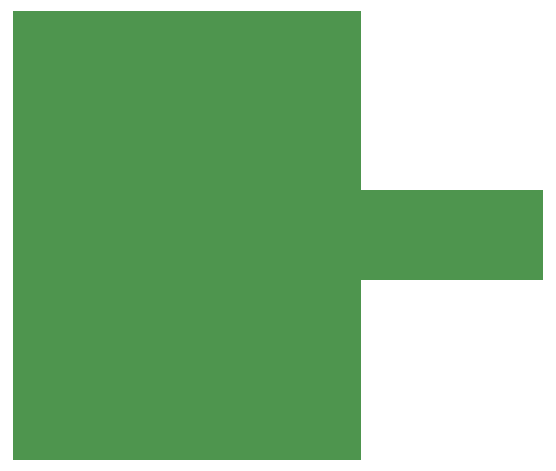
<source format=gbr>
G04 Created with the python gerber_writer 0.3.1*
G04 #@! TF.CreationDate,2022-08-03T16:29:41.087556*
G04 #@! TF.FileFunction,Profile,NP*
G04 #@! TF.FilePolarity,Positive*
G04 #@! TF.GenerationSoftware,patch_antenna,patch_antenna_gerber_writer,0.3.1*
%MOMM*%
%FSLAX36Y36*%
G75*
%LPD*%
G04 #@! TA.AperFunction,Profile*
G36*
X0Y0D02*
G01*
X29421593Y0D01*
X29421593Y15203989D01*
X44871201Y15203989D01*
X44871201Y22805984D01*
X29421593Y22805984D01*
X29421593Y38009974D01*
X0Y38009974D01*
X0Y0D01*
G37*
G04 #@! TD*
M02*
</source>
